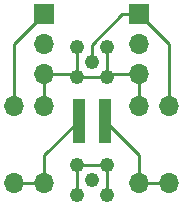
<source format=gbr>
%TF.GenerationSoftware,KiCad,Pcbnew,8.0.9-1.fc41*%
%TF.CreationDate,2025-03-19T11:34:26+02:00*%
%TF.ProjectId,FBK-3mm-Red,46424b2d-336d-46d2-9d52-65642e6b6963,rev?*%
%TF.SameCoordinates,Original*%
%TF.FileFunction,Copper,L1,Top*%
%TF.FilePolarity,Positive*%
%FSLAX46Y46*%
G04 Gerber Fmt 4.6, Leading zero omitted, Abs format (unit mm)*
G04 Created by KiCad (PCBNEW 8.0.9-1.fc41) date 2025-03-19 11:34:26*
%MOMM*%
%LPD*%
G01*
G04 APERTURE LIST*
%TA.AperFunction,ComponentPad*%
%ADD10C,1.240000*%
%TD*%
%TA.AperFunction,ComponentPad*%
%ADD11R,1.700000X1.700000*%
%TD*%
%TA.AperFunction,ComponentPad*%
%ADD12O,1.700000X1.700000*%
%TD*%
%TA.AperFunction,SMDPad,CuDef*%
%ADD13R,1.000000X3.830000*%
%TD*%
%TA.AperFunction,Conductor*%
%ADD14C,0.250000*%
%TD*%
G04 APERTURE END LIST*
D10*
%TO.P,J-PWR-2,1,Pin_1*%
%TO.N,HV+*%
X150000000Y-105000000D03*
%TO.P,J-PWR-2,2,Pin_2*%
%TO.N,GND*%
X148730000Y-103730000D03*
X148730000Y-106270000D03*
X151270000Y-103730000D03*
X151270000Y-106270000D03*
%TD*%
D11*
%TO.P,J-SIG1,1,Pin_1*%
%TO.N,SIG*%
X154000000Y-91000000D03*
D12*
%TO.P,J-SIG1,2,Pin_2*%
%TO.N,unconnected-(J-SIG1-Pin_2-Pad2)*%
X154000000Y-93540000D03*
%TO.P,J-SIG1,3,Pin_3*%
%TO.N,GND*%
X154000000Y-96080000D03*
%TD*%
D13*
%TO.P,D1,1,K-*%
%TO.N,Net-(C1-+)*%
X148900000Y-100000000D03*
%TO.P,D1,2,A+*%
%TO.N,Net-(C2-+)*%
X151100000Y-100000000D03*
%TD*%
D12*
%TO.P,C1,1,+*%
%TO.N,Net-(C1-+)*%
X146000000Y-105270000D03*
%TO.P,C1,2,-*%
%TO.N,GND*%
X146000000Y-98730000D03*
%TD*%
%TO.P,R1,1,+*%
%TO.N,HV+*%
X143460000Y-98730000D03*
%TO.P,R1,2,-*%
%TO.N,Net-(C1-+)*%
X143460000Y-105270000D03*
%TD*%
D11*
%TO.P,J-PWR1,1,Pin_1*%
%TO.N,HV+*%
X146000000Y-91000000D03*
D12*
%TO.P,J-PWR1,2,Pin_2*%
%TO.N,unconnected-(J-PWR1-Pin_2-Pad2)*%
X146000000Y-93540000D03*
%TO.P,J-PWR1,3,Pin_3*%
%TO.N,GND*%
X146000000Y-96080000D03*
%TD*%
%TO.P,R2,1,+*%
%TO.N,Net-(C2-+)*%
X154000000Y-105270000D03*
%TO.P,R2,2,-*%
%TO.N,GND*%
X154000000Y-98730000D03*
%TD*%
D10*
%TO.P,J-SIG-2,1,Pin_1*%
%TO.N,SIG*%
X150000000Y-95000000D03*
%TO.P,J-SIG-2,2,Pin_2*%
%TO.N,GND*%
X148730000Y-93730000D03*
X148730000Y-96270000D03*
X151270000Y-93730000D03*
X151270000Y-96270000D03*
%TD*%
D12*
%TO.P,C2,1,+*%
%TO.N,Net-(C2-+)*%
X156540000Y-105270000D03*
%TO.P,C2,2,-*%
%TO.N,SIG*%
X156540000Y-98730000D03*
%TD*%
D14*
%TO.N,GND*%
X146000000Y-98730000D02*
X146000000Y-96080000D01*
X151270000Y-93730000D02*
X151270000Y-96270000D01*
X148730000Y-103730000D02*
X151270000Y-103730000D01*
X148540000Y-96080000D02*
X148730000Y-96270000D01*
X154000000Y-96080000D02*
X151460000Y-96080000D01*
X148730000Y-93730000D02*
X148730000Y-96270000D01*
X154000000Y-98730000D02*
X154000000Y-96080000D01*
X151270000Y-103730000D02*
X151270000Y-106270000D01*
X148730000Y-96270000D02*
X151270000Y-96270000D01*
X151460000Y-96080000D02*
X151270000Y-96270000D01*
X148730000Y-103730000D02*
X148730000Y-106270000D01*
X146000000Y-96080000D02*
X148540000Y-96080000D01*
%TO.N,Net-(C1-+)*%
X146000000Y-102900000D02*
X146000000Y-105270000D01*
X143460000Y-105270000D02*
X146000000Y-105270000D01*
X148900000Y-100000000D02*
X146000000Y-102900000D01*
%TO.N,Net-(C2-+)*%
X154000000Y-102900000D02*
X154000000Y-105270000D01*
X151100000Y-100000000D02*
X154000000Y-102900000D01*
X154000000Y-105270000D02*
X156540000Y-105270000D01*
%TO.N,SIG*%
X152592857Y-91000000D02*
X154000000Y-91000000D01*
X150000000Y-93592857D02*
X152592857Y-91000000D01*
X156540000Y-93540000D02*
X154000000Y-91000000D01*
X150000000Y-95000000D02*
X150000000Y-93592857D01*
X156540000Y-98730000D02*
X156540000Y-93540000D01*
%TO.N,HV+*%
X143460000Y-93540000D02*
X146000000Y-91000000D01*
X143460000Y-98730000D02*
X143460000Y-93540000D01*
%TD*%
M02*

</source>
